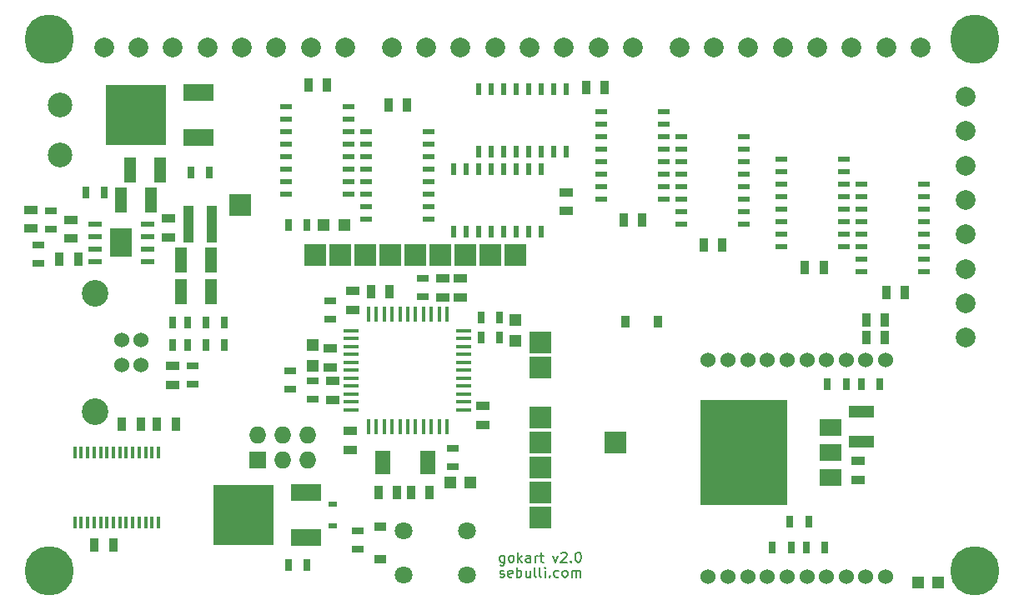
<source format=gts>
G04 #@! TF.FileFunction,Soldermask,Top*
%FSLAX46Y46*%
G04 Gerber Fmt 4.6, Leading zero omitted, Abs format (unit mm)*
G04 Created by KiCad (PCBNEW 0.201412131231+5320~19~ubuntu14.04.1-product) date 2014-12-14T15:34:26 CET*
%MOMM*%
G01*
G04 APERTURE LIST*
%ADD10C,0.100000*%
%ADD11C,0.200000*%
%ADD12R,1.270000X2.540000*%
%ADD13R,1.397000X0.889000*%
%ADD14R,0.889000X1.397000*%
%ADD15R,1.198880X1.198880*%
%ADD16C,1.524000*%
%ADD17C,2.700020*%
%ADD18R,0.980000X3.700000*%
%ADD19R,1.300000X0.700000*%
%ADD20C,2.500000*%
%ADD21R,1.727200X1.727200*%
%ADD22O,1.727200X1.727200*%
%ADD23R,2.235200X2.235200*%
%ADD24R,0.700000X1.300000*%
%ADD25R,3.048000X1.651000*%
%ADD26R,6.096000X6.096000*%
%ADD27R,8.890000X10.668000*%
%ADD28R,2.286000X1.778000*%
%ADD29R,1.143000X0.508000*%
%ADD30R,0.508000X1.143000*%
%ADD31R,0.406400X1.524000*%
%ADD32R,1.524000X0.406400*%
%ADD33R,1.600200X2.400300*%
%ADD34R,1.220000X0.910000*%
%ADD35C,2.000000*%
%ADD36R,0.830000X0.630000*%
%ADD37R,2.540000X1.270000*%
%ADD38R,0.910000X1.220000*%
%ADD39R,1.399540X0.599440*%
%ADD40R,2.260600X2.997200*%
%ADD41R,0.635000X1.143000*%
%ADD42R,0.406400X1.270000*%
%ADD43C,5.000000*%
%ADD44C,1.800000*%
G04 APERTURE END LIST*
D10*
D11*
X98774762Y-107592762D02*
X98870000Y-107640381D01*
X99060476Y-107640381D01*
X99155715Y-107592762D01*
X99203334Y-107497524D01*
X99203334Y-107449905D01*
X99155715Y-107354667D01*
X99060476Y-107307048D01*
X98917619Y-107307048D01*
X98822381Y-107259429D01*
X98774762Y-107164190D01*
X98774762Y-107116571D01*
X98822381Y-107021333D01*
X98917619Y-106973714D01*
X99060476Y-106973714D01*
X99155715Y-107021333D01*
X100012858Y-107592762D02*
X99917620Y-107640381D01*
X99727143Y-107640381D01*
X99631905Y-107592762D01*
X99584286Y-107497524D01*
X99584286Y-107116571D01*
X99631905Y-107021333D01*
X99727143Y-106973714D01*
X99917620Y-106973714D01*
X100012858Y-107021333D01*
X100060477Y-107116571D01*
X100060477Y-107211810D01*
X99584286Y-107307048D01*
X100489048Y-107640381D02*
X100489048Y-106640381D01*
X100489048Y-107021333D02*
X100584286Y-106973714D01*
X100774763Y-106973714D01*
X100870001Y-107021333D01*
X100917620Y-107068952D01*
X100965239Y-107164190D01*
X100965239Y-107449905D01*
X100917620Y-107545143D01*
X100870001Y-107592762D01*
X100774763Y-107640381D01*
X100584286Y-107640381D01*
X100489048Y-107592762D01*
X101822382Y-106973714D02*
X101822382Y-107640381D01*
X101393810Y-106973714D02*
X101393810Y-107497524D01*
X101441429Y-107592762D01*
X101536667Y-107640381D01*
X101679525Y-107640381D01*
X101774763Y-107592762D01*
X101822382Y-107545143D01*
X102441429Y-107640381D02*
X102346191Y-107592762D01*
X102298572Y-107497524D01*
X102298572Y-106640381D01*
X102965239Y-107640381D02*
X102870001Y-107592762D01*
X102822382Y-107497524D01*
X102822382Y-106640381D01*
X103346192Y-107640381D02*
X103346192Y-106973714D01*
X103346192Y-106640381D02*
X103298573Y-106688000D01*
X103346192Y-106735619D01*
X103393811Y-106688000D01*
X103346192Y-106640381D01*
X103346192Y-106735619D01*
X103822382Y-107545143D02*
X103870001Y-107592762D01*
X103822382Y-107640381D01*
X103774763Y-107592762D01*
X103822382Y-107545143D01*
X103822382Y-107640381D01*
X104727144Y-107592762D02*
X104631906Y-107640381D01*
X104441429Y-107640381D01*
X104346191Y-107592762D01*
X104298572Y-107545143D01*
X104250953Y-107449905D01*
X104250953Y-107164190D01*
X104298572Y-107068952D01*
X104346191Y-107021333D01*
X104441429Y-106973714D01*
X104631906Y-106973714D01*
X104727144Y-107021333D01*
X105298572Y-107640381D02*
X105203334Y-107592762D01*
X105155715Y-107545143D01*
X105108096Y-107449905D01*
X105108096Y-107164190D01*
X105155715Y-107068952D01*
X105203334Y-107021333D01*
X105298572Y-106973714D01*
X105441430Y-106973714D01*
X105536668Y-107021333D01*
X105584287Y-107068952D01*
X105631906Y-107164190D01*
X105631906Y-107449905D01*
X105584287Y-107545143D01*
X105536668Y-107592762D01*
X105441430Y-107640381D01*
X105298572Y-107640381D01*
X106060477Y-107640381D02*
X106060477Y-106973714D01*
X106060477Y-107068952D02*
X106108096Y-107021333D01*
X106203334Y-106973714D01*
X106346192Y-106973714D01*
X106441430Y-107021333D01*
X106489049Y-107116571D01*
X106489049Y-107640381D01*
X106489049Y-107116571D02*
X106536668Y-107021333D01*
X106631906Y-106973714D01*
X106774763Y-106973714D01*
X106870001Y-107021333D01*
X106917620Y-107116571D01*
X106917620Y-107640381D01*
X99227143Y-105449714D02*
X99227143Y-106259238D01*
X99179524Y-106354476D01*
X99131905Y-106402095D01*
X99036666Y-106449714D01*
X98893809Y-106449714D01*
X98798571Y-106402095D01*
X99227143Y-106068762D02*
X99131905Y-106116381D01*
X98941428Y-106116381D01*
X98846190Y-106068762D01*
X98798571Y-106021143D01*
X98750952Y-105925905D01*
X98750952Y-105640190D01*
X98798571Y-105544952D01*
X98846190Y-105497333D01*
X98941428Y-105449714D01*
X99131905Y-105449714D01*
X99227143Y-105497333D01*
X99846190Y-106116381D02*
X99750952Y-106068762D01*
X99703333Y-106021143D01*
X99655714Y-105925905D01*
X99655714Y-105640190D01*
X99703333Y-105544952D01*
X99750952Y-105497333D01*
X99846190Y-105449714D01*
X99989048Y-105449714D01*
X100084286Y-105497333D01*
X100131905Y-105544952D01*
X100179524Y-105640190D01*
X100179524Y-105925905D01*
X100131905Y-106021143D01*
X100084286Y-106068762D01*
X99989048Y-106116381D01*
X99846190Y-106116381D01*
X100608095Y-106116381D02*
X100608095Y-105116381D01*
X100703333Y-105735429D02*
X100989048Y-106116381D01*
X100989048Y-105449714D02*
X100608095Y-105830667D01*
X101846191Y-106116381D02*
X101846191Y-105592571D01*
X101798572Y-105497333D01*
X101703334Y-105449714D01*
X101512857Y-105449714D01*
X101417619Y-105497333D01*
X101846191Y-106068762D02*
X101750953Y-106116381D01*
X101512857Y-106116381D01*
X101417619Y-106068762D01*
X101370000Y-105973524D01*
X101370000Y-105878286D01*
X101417619Y-105783048D01*
X101512857Y-105735429D01*
X101750953Y-105735429D01*
X101846191Y-105687810D01*
X102322381Y-106116381D02*
X102322381Y-105449714D01*
X102322381Y-105640190D02*
X102370000Y-105544952D01*
X102417619Y-105497333D01*
X102512857Y-105449714D01*
X102608096Y-105449714D01*
X102798572Y-105449714D02*
X103179524Y-105449714D01*
X102941429Y-105116381D02*
X102941429Y-105973524D01*
X102989048Y-106068762D01*
X103084286Y-106116381D01*
X103179524Y-106116381D01*
X104179525Y-105449714D02*
X104417620Y-106116381D01*
X104655716Y-105449714D01*
X104989049Y-105211619D02*
X105036668Y-105164000D01*
X105131906Y-105116381D01*
X105370002Y-105116381D01*
X105465240Y-105164000D01*
X105512859Y-105211619D01*
X105560478Y-105306857D01*
X105560478Y-105402095D01*
X105512859Y-105544952D01*
X104941430Y-106116381D01*
X105560478Y-106116381D01*
X105989049Y-106021143D02*
X106036668Y-106068762D01*
X105989049Y-106116381D01*
X105941430Y-106068762D01*
X105989049Y-106021143D01*
X105989049Y-106116381D01*
X106655715Y-105116381D02*
X106750954Y-105116381D01*
X106846192Y-105164000D01*
X106893811Y-105211619D01*
X106941430Y-105306857D01*
X106989049Y-105497333D01*
X106989049Y-105735429D01*
X106941430Y-105925905D01*
X106893811Y-106021143D01*
X106846192Y-106068762D01*
X106750954Y-106116381D01*
X106655715Y-106116381D01*
X106560477Y-106068762D01*
X106512858Y-106021143D01*
X106465239Y-105925905D01*
X106417620Y-105735429D01*
X106417620Y-105497333D01*
X106465239Y-105306857D01*
X106512858Y-105211619D01*
X106560477Y-105164000D01*
X106655715Y-105116381D01*
D12*
X64262000Y-66294000D03*
X61214000Y-66294000D03*
X63373000Y-69342000D03*
X60325000Y-69342000D03*
D13*
X55245000Y-73215500D03*
X55245000Y-71310500D03*
D14*
X55943500Y-75311000D03*
X54038500Y-75311000D03*
D13*
X135128000Y-95821500D03*
X135128000Y-97726500D03*
X65151000Y-71183500D03*
X65151000Y-73088500D03*
X92964000Y-77279500D03*
X92964000Y-79184500D03*
X105537000Y-68516500D03*
X105537000Y-70421500D03*
D14*
X87439500Y-59690000D03*
X89344500Y-59690000D03*
D13*
X51181000Y-70294500D03*
X51181000Y-72199500D03*
D14*
X109410500Y-57912000D03*
X107505500Y-57912000D03*
X81216500Y-57658000D03*
X79311500Y-57658000D03*
D12*
X69469000Y-75438000D03*
X66421000Y-75438000D03*
X69469000Y-78613000D03*
X66421000Y-78613000D03*
D13*
X65532000Y-86169500D03*
X65532000Y-88074500D03*
X81788000Y-89598500D03*
X81788000Y-87693500D03*
X83820000Y-80454500D03*
X83820000Y-78549500D03*
D14*
X91630500Y-99060000D03*
X89725500Y-99060000D03*
X86423500Y-99060000D03*
X88328500Y-99060000D03*
X87566500Y-78613000D03*
X85661500Y-78613000D03*
D13*
X81534000Y-86296500D03*
X81534000Y-84391500D03*
D14*
X131635500Y-76200000D03*
X129730500Y-76200000D03*
X113220500Y-71374000D03*
X111315500Y-71374000D03*
D13*
X97028000Y-92138500D03*
X97028000Y-90233500D03*
D14*
X137985500Y-78740000D03*
X139890500Y-78740000D03*
X119443500Y-73914000D03*
X121348500Y-73914000D03*
D13*
X94742000Y-79184500D03*
X94742000Y-77279500D03*
X83566000Y-94678500D03*
X83566000Y-92773500D03*
D14*
X59499500Y-104394000D03*
X57594500Y-104394000D03*
X137858500Y-83312000D03*
X135953500Y-83312000D03*
X137858500Y-81534000D03*
X135953500Y-81534000D03*
X63944500Y-92075000D03*
X65849500Y-92075000D03*
D15*
X80865980Y-71882000D03*
X82964020Y-71882000D03*
X79756000Y-86139020D03*
X79756000Y-84040980D03*
X93692980Y-98044000D03*
X95791020Y-98044000D03*
X100330000Y-83599020D03*
X100330000Y-81500980D03*
X141190980Y-108204000D03*
X143289020Y-108204000D03*
D16*
X62357000Y-86106000D03*
X62357000Y-83566000D03*
X60358020Y-83566000D03*
X60358020Y-86106000D03*
D17*
X57658000Y-90835480D03*
X57658000Y-78836520D03*
D18*
X67141000Y-71755000D03*
X69511000Y-71755000D03*
D19*
X67564000Y-88072000D03*
X67564000Y-86172000D03*
X81534000Y-81468000D03*
X81534000Y-79568000D03*
D20*
X54102000Y-64770000D03*
X54102000Y-59690000D03*
D21*
X74168000Y-95758000D03*
D22*
X74168000Y-93218000D03*
X76708000Y-95758000D03*
X76708000Y-93218000D03*
X79248000Y-95758000D03*
X79248000Y-93218000D03*
D23*
X102870000Y-91440000D03*
X102870000Y-86360000D03*
X102870000Y-83820000D03*
X102870000Y-101600000D03*
X102870000Y-99060000D03*
X102870000Y-96520000D03*
X102870000Y-93980000D03*
X87630000Y-74930000D03*
X90170000Y-74930000D03*
X92710000Y-74930000D03*
X95250000Y-74930000D03*
X97790000Y-74930000D03*
X100330000Y-74930000D03*
D24*
X77282000Y-106426000D03*
X79182000Y-106426000D03*
X56708000Y-68580000D03*
X58608000Y-68580000D03*
X69276000Y-66548000D03*
X67376000Y-66548000D03*
D19*
X90932000Y-77282000D03*
X90932000Y-79182000D03*
X53213000Y-72324000D03*
X53213000Y-70424000D03*
X51943000Y-75753000D03*
X51943000Y-73853000D03*
X79756000Y-89596000D03*
X79756000Y-87696000D03*
D24*
X77282000Y-71882000D03*
X79182000Y-71882000D03*
X70800000Y-81788000D03*
X68900000Y-81788000D03*
X70800000Y-84074000D03*
X68900000Y-84074000D03*
D19*
X84328000Y-102936000D03*
X84328000Y-104836000D03*
X77470000Y-88580000D03*
X77470000Y-86680000D03*
X93980000Y-94554000D03*
X93980000Y-96454000D03*
D24*
X96840000Y-81280000D03*
X98740000Y-81280000D03*
X96840000Y-83312000D03*
X98740000Y-83312000D03*
X128209000Y-101981000D03*
X130109000Y-101981000D03*
D25*
X68199000Y-62992000D03*
D26*
X61849000Y-60706000D03*
D25*
X68199000Y-58420000D03*
X79121000Y-103632000D03*
D26*
X72771000Y-101346000D03*
D25*
X79121000Y-99060000D03*
D27*
X123571000Y-94996000D03*
D28*
X132334000Y-94996000D03*
X132334000Y-97536000D03*
X132334000Y-92456000D03*
D29*
X127381000Y-74041000D03*
X127381000Y-71501000D03*
X127381000Y-70231000D03*
X127381000Y-68961000D03*
X127381000Y-67691000D03*
X127381000Y-66421000D03*
X127381000Y-65151000D03*
X133731000Y-65151000D03*
X133731000Y-66421000D03*
X133731000Y-67691000D03*
X133731000Y-68961000D03*
X133731000Y-70231000D03*
X133731000Y-71501000D03*
X133731000Y-72771000D03*
X133731000Y-74041000D03*
X127381000Y-72771000D03*
D30*
X102997000Y-72517000D03*
X100457000Y-72517000D03*
X99187000Y-72517000D03*
X97917000Y-72517000D03*
X96647000Y-72517000D03*
X95377000Y-72517000D03*
X94107000Y-72517000D03*
X94107000Y-66167000D03*
X95377000Y-66167000D03*
X96647000Y-66167000D03*
X97917000Y-66167000D03*
X99187000Y-66167000D03*
X100457000Y-66167000D03*
X101727000Y-66167000D03*
X102997000Y-66167000D03*
X101727000Y-72517000D03*
D29*
X141859000Y-67691000D03*
X141859000Y-70231000D03*
X141859000Y-71501000D03*
X141859000Y-72771000D03*
X141859000Y-74041000D03*
X141859000Y-75311000D03*
X141859000Y-76581000D03*
X135509000Y-76581000D03*
X135509000Y-75311000D03*
X135509000Y-74041000D03*
X135509000Y-72771000D03*
X135509000Y-71501000D03*
X135509000Y-70231000D03*
X135509000Y-68961000D03*
X135509000Y-67691000D03*
X141859000Y-68961000D03*
D30*
X96647000Y-58039000D03*
X99187000Y-58039000D03*
X100457000Y-58039000D03*
X101727000Y-58039000D03*
X102997000Y-58039000D03*
X104267000Y-58039000D03*
X105537000Y-58039000D03*
X105537000Y-64389000D03*
X104267000Y-64389000D03*
X102997000Y-64389000D03*
X101727000Y-64389000D03*
X100457000Y-64389000D03*
X99187000Y-64389000D03*
X97917000Y-64389000D03*
X96647000Y-64389000D03*
X97917000Y-58039000D03*
D29*
X91567000Y-62357000D03*
X91567000Y-64897000D03*
X91567000Y-66167000D03*
X91567000Y-67437000D03*
X91567000Y-68707000D03*
X91567000Y-69977000D03*
X91567000Y-71247000D03*
X85217000Y-71247000D03*
X85217000Y-69977000D03*
X85217000Y-68707000D03*
X85217000Y-67437000D03*
X85217000Y-66167000D03*
X85217000Y-64897000D03*
X85217000Y-63627000D03*
X85217000Y-62357000D03*
X91567000Y-63627000D03*
X109093000Y-69215000D03*
X109093000Y-66675000D03*
X109093000Y-65405000D03*
X109093000Y-64135000D03*
X109093000Y-62865000D03*
X109093000Y-61595000D03*
X109093000Y-60325000D03*
X115443000Y-60325000D03*
X115443000Y-61595000D03*
X115443000Y-62865000D03*
X115443000Y-64135000D03*
X115443000Y-65405000D03*
X115443000Y-66675000D03*
X115443000Y-67945000D03*
X115443000Y-69215000D03*
X109093000Y-67945000D03*
X77089000Y-68707000D03*
X77089000Y-66167000D03*
X77089000Y-64897000D03*
X77089000Y-63627000D03*
X77089000Y-62357000D03*
X77089000Y-61087000D03*
X77089000Y-59817000D03*
X83439000Y-59817000D03*
X83439000Y-61087000D03*
X83439000Y-62357000D03*
X83439000Y-63627000D03*
X83439000Y-64897000D03*
X83439000Y-66167000D03*
X83439000Y-67437000D03*
X83439000Y-68707000D03*
X77089000Y-67437000D03*
X123571000Y-62865000D03*
X123571000Y-65405000D03*
X123571000Y-66675000D03*
X123571000Y-67945000D03*
X123571000Y-69215000D03*
X123571000Y-70485000D03*
X123571000Y-71755000D03*
X117221000Y-71755000D03*
X117221000Y-70485000D03*
X117221000Y-69215000D03*
X117221000Y-67945000D03*
X117221000Y-66675000D03*
X117221000Y-65405000D03*
X117221000Y-64135000D03*
X117221000Y-62865000D03*
X123571000Y-64135000D03*
D31*
X89408000Y-80899000D03*
X88607900Y-80899000D03*
X87807800Y-80899000D03*
X87007700Y-80899000D03*
X86207600Y-80899000D03*
X85407500Y-80899000D03*
X90208100Y-80899000D03*
X91008200Y-80899000D03*
X91808300Y-80899000D03*
X92608400Y-80899000D03*
X93408500Y-80899000D03*
X89408000Y-92329000D03*
X88607900Y-92329000D03*
X87807800Y-92329000D03*
X87007700Y-92329000D03*
X86207600Y-92329000D03*
X85407500Y-92329000D03*
X90208100Y-92329000D03*
X91008200Y-92329000D03*
X91808300Y-92329000D03*
X92608400Y-92329000D03*
X93408500Y-92329000D03*
D32*
X83693000Y-86614000D03*
X95123000Y-86614000D03*
X83693000Y-87414100D03*
X95123000Y-87414100D03*
X95123000Y-88214200D03*
X83693000Y-88214200D03*
X83693000Y-89014300D03*
X95123000Y-89014300D03*
X95123000Y-89814400D03*
X83693000Y-89814400D03*
X83693000Y-90614500D03*
X95123000Y-90614500D03*
X95123000Y-85813900D03*
X83693000Y-85813900D03*
X83693000Y-85013800D03*
X95123000Y-85013800D03*
X95123000Y-84213700D03*
X83693000Y-84213700D03*
X83693000Y-83413600D03*
X95123000Y-83413600D03*
X95123000Y-82613500D03*
X83693000Y-82613500D03*
D16*
X137922000Y-85598000D03*
X135922000Y-85598000D03*
X133922000Y-85598000D03*
X131922000Y-85598000D03*
X129922000Y-85598000D03*
X127922000Y-85598000D03*
X125922000Y-85598000D03*
X123922000Y-85598000D03*
X121922000Y-85598000D03*
X119922000Y-85598000D03*
X119922000Y-107598000D03*
X121922000Y-107598000D03*
X123922000Y-107598000D03*
X125922000Y-107598000D03*
X127922000Y-107598000D03*
X129922000Y-107598000D03*
X131922000Y-107598000D03*
X133922000Y-107598000D03*
X135922000Y-107598000D03*
X137922000Y-107598000D03*
D33*
X91404440Y-96012000D03*
X86903560Y-96012000D03*
D34*
X86614000Y-102502500D03*
X86614000Y-105777500D03*
D35*
X146050000Y-83312000D03*
X146050000Y-79812000D03*
X146050000Y-76312000D03*
X146050000Y-72812000D03*
X146050000Y-69312000D03*
X146050000Y-65812000D03*
X146050000Y-62312000D03*
X146050000Y-58812000D03*
X112268000Y-53848000D03*
X108768000Y-53848000D03*
X105268000Y-53848000D03*
X101768000Y-53848000D03*
X98268000Y-53848000D03*
X94768000Y-53848000D03*
X91268000Y-53848000D03*
X87768000Y-53848000D03*
X83058000Y-53848000D03*
X79558000Y-53848000D03*
X76058000Y-53848000D03*
X72558000Y-53848000D03*
X69058000Y-53848000D03*
X65558000Y-53848000D03*
X62058000Y-53848000D03*
X58558000Y-53848000D03*
X141478000Y-53848000D03*
X137978000Y-53848000D03*
X134478000Y-53848000D03*
X130978000Y-53848000D03*
X127478000Y-53848000D03*
X123978000Y-53848000D03*
X120478000Y-53848000D03*
X116978000Y-53848000D03*
D36*
X81788000Y-102458500D03*
X81788000Y-100233500D03*
D24*
X132019000Y-88011000D03*
X133919000Y-88011000D03*
X135448000Y-88011000D03*
X137348000Y-88011000D03*
X126431000Y-104648000D03*
X128331000Y-104648000D03*
X129860000Y-104648000D03*
X131760000Y-104648000D03*
D37*
X135509000Y-90805000D03*
X135509000Y-93853000D03*
D14*
X60388500Y-92075000D03*
X62293500Y-92075000D03*
D23*
X72390000Y-69850000D03*
X82550000Y-74930000D03*
X80010000Y-74930000D03*
X110490000Y-93980000D03*
X85090000Y-74930000D03*
D38*
X114794500Y-81661000D03*
X111519500Y-81661000D03*
D39*
X62992000Y-71755000D03*
X57658000Y-71755000D03*
X62992000Y-73025000D03*
X62992000Y-74295000D03*
X62992000Y-75565000D03*
X57658000Y-73025000D03*
X57658000Y-74295000D03*
X57658000Y-75565000D03*
D40*
X60325000Y-73660000D03*
D41*
X65532000Y-81788000D03*
X67056000Y-81788000D03*
X65532000Y-84074000D03*
X67056000Y-84074000D03*
D42*
X55626000Y-102108000D03*
X56261000Y-102108000D03*
X56921400Y-102108000D03*
X57581800Y-102108000D03*
X58216800Y-102108000D03*
X58877200Y-102108000D03*
X59537600Y-102108000D03*
X60172600Y-102108000D03*
X60833000Y-102108000D03*
X61468000Y-102108000D03*
X62128400Y-102108000D03*
X62788800Y-102108000D03*
X63423800Y-102108000D03*
X64084200Y-102108000D03*
X64084200Y-94996000D03*
X63423800Y-94996000D03*
X62814200Y-94996000D03*
X62128400Y-94996000D03*
X61468000Y-94996000D03*
X60833000Y-94996000D03*
X60172600Y-94996000D03*
X59537600Y-94996000D03*
X58877200Y-94996000D03*
X58216800Y-94996000D03*
X57581800Y-94996000D03*
X56921400Y-94996000D03*
X56261000Y-94996000D03*
X55626000Y-94996000D03*
D43*
X147000000Y-53000000D03*
X53000000Y-53000000D03*
X147000000Y-107000000D03*
X53000000Y-107000000D03*
D44*
X88952000Y-107406000D03*
X88952000Y-102906000D03*
X95452000Y-107406000D03*
X95452000Y-102906000D03*
M02*

</source>
